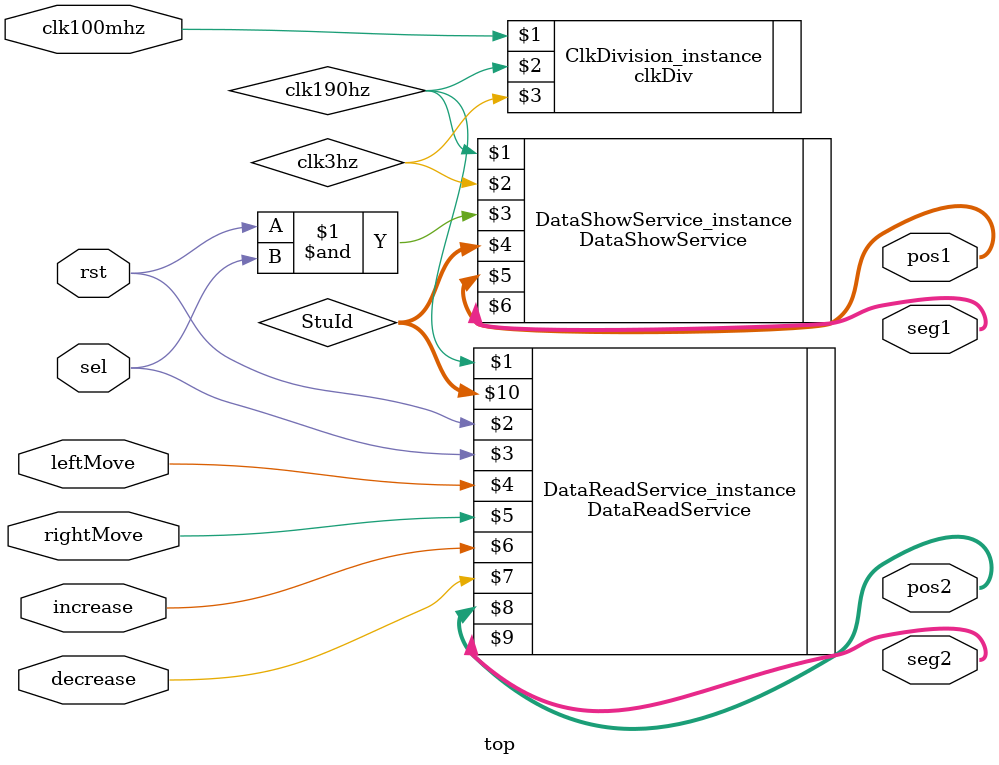
<source format=v>
`timescale 1ns / 1ps
module top(
           input clk100mhz,
           input rst,
           input sel,
           input leftMove,
           input rightMove,
           input increase,
           input decrease,
           output [3:0] pos1,pos2,
           output [7:0] seg1,seg2
            );
    wire clk190hz, clk3hz;
    wire [31:0] StuId;
    wire [15:0] dataBus;

    clkDiv            ClkDivision_instance(clk100mhz, clk190hz, clk3hz);
    DataShowService   DataShowService_instance(clk190hz, clk3hz, rst & sel, StuId, pos1, seg1);
    DataReadService   DataReadService_instance(clk190hz, rst, sel, leftMove, rightMove, increase, decrease, pos2, seg2, StuId);
    
endmodule

</source>
